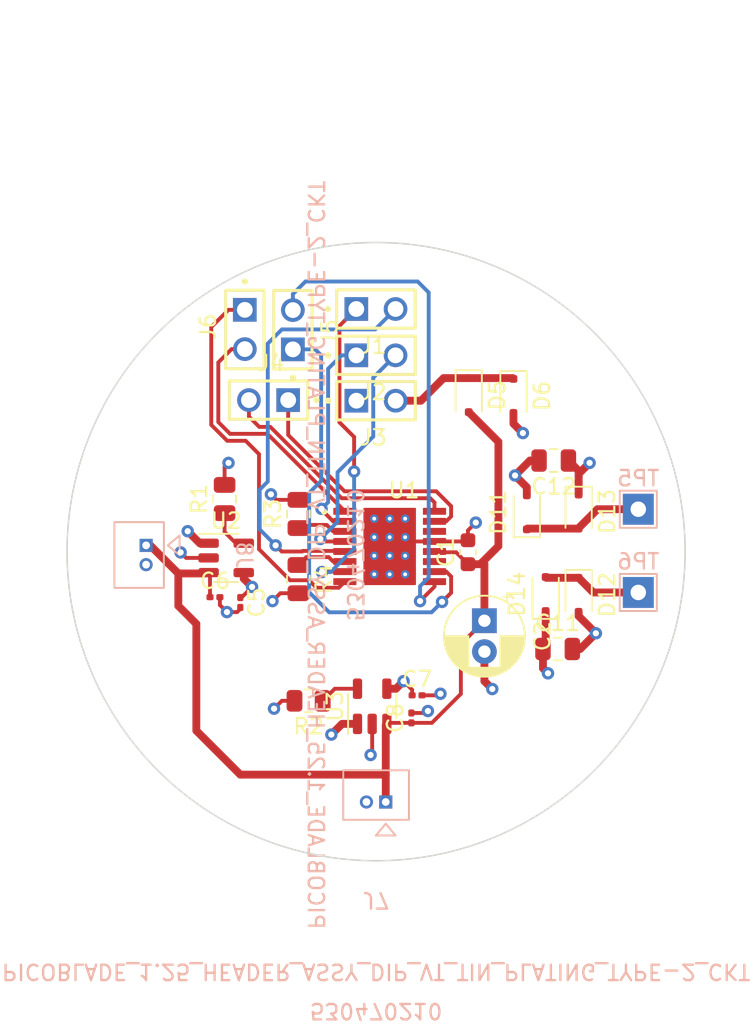
<source format=kicad_pcb>
(kicad_pcb (version 20221018) (generator pcbnew)
  (layers (0 "F.Cu" signal) (1 "In1.Cu" signal) (2 "In2.Cu" signal) (31 "B.Cu" signal) (34 "B.Paste" user) (35 "F.Paste" user) (36 "B.SilkS" user "B.Silkscreen") (37 "F.SilkS" user "F.Silkscreen") (38 "B.Mask" user) (39 "F.Mask" user) (44 "Edge.Cuts" user))
  (net 0 "")
  (net 1 "GND")
  (net 2 "+BATT")
  (net 3 "MOTOR1_AIN2")
  (net 4 "MOTOR1_AIN1")
  (net 5 "MOTOR2_BIN2")
  (net 6 "MOTOR2_BIN1")
  (net 9 "VCC")
  (net 10 "Net-(D11-K)")
  (net 11 "Net-(D12-K)")
  (net 12 "Net-(U1-BOUT1)")
  (net 13 "Net-(U1-BOUT2)")
  (net 14 "Net-(U1-AOUT1)")
  (net 15 "Net-(U1-AOUT2)")
  (net 16 "DRV_FAULT")
  (net 17 "DRV_SLEEP")
  (net 18 "VDC")
  (net 19 "Net-(U2-PROG)")
  (net 20 "Net-(U3-PROG)")
  (net 21 "Net-(U1-AISEN)")
  (net 22 "Net-(U1-BISEN)")
  (footprint "Capacitor_THT:CP_Radial_D5.0mm_P2.00mm" (layer "F.Cu") (at 149.2504 80.7212 -90)
    (fp_text reference "C2" (at 1 -3.75 -90) (layer "F.SilkS"))
    (fp_text value "10uF")
    (pad "1" thru_hole rect (at 0 0 270) (size 1.6 1.6) (drill 0.8) (layers "*.Cu" "*.Mask") (net 2 "+BATT"))
    (pad "2" thru_hole circle (at 2 0 270) (size 1.6 1.6) (drill 0.8) (layers "*.Cu" "*.Mask") (net 1 "GND"))
  )
  (footprint "Package_TO_SOT_SMD:SOT-23-5" (layer "F.Cu") (at 132.5372 76.6572)
    (fp_text reference "U2" (at 0 -2.4) (layer "F.SilkS"))
    (fp_text value "MCP73812T-420I-OT")
    (pad "1" smd roundrect (at -1.1375 -0.95) (size 1.325 0.6) (layers "F.Cu" "F.Paste" "F.Mask") (net 9 "VCC"))
    (pad "2" smd roundrect (at -1.1375 0) (size 1.325 0.6) (layers "F.Cu" "F.Paste" "F.Mask") (net 1 "GND"))
    (pad "3" smd roundrect (at -1.1375 0.95) (size 1.325 0.6) (layers "F.Cu" "F.Paste" "F.Mask") (net 2 "+BATT"))
    (pad "4" smd roundrect (at 1.1375 0.95) (size 1.325 0.6) (layers "F.Cu" "F.Paste" "F.Mask") (net 9 "VCC"))
    (pad "5" smd roundrect (at 1.1375 -0.95) (size 1.325 0.6) (layers "F.Cu" "F.Paste" "F.Mask") (net 19 "Net-(U2-PROG)"))
  )
  (footprint "HMTSW-102-X-X-S-X:SAMTEC_HMTSW-102-X-X-S-X" (layer "F.Cu") (at 142.2285 60.5536 180)
    (fp_text reference "J1" (at 0.175 -2.385) (layer "F.SilkS"))
    (fp_text value "HMTSW-102-X-X-S-X")
    (pad "01" thru_hole rect (at 1.27 0 180) (size 1.53 1.53) (drill 1.02) (layers "*.Cu" "*.Mask") (net 12 "Net-(U1-BOUT1)"))
    (pad "02" thru_hole circle (at -1.27 0 180) (size 1.53 1.53) (drill 1.02) (layers "*.Cu" "*.Mask") (net 13 "Net-(U1-BOUT2)"))
  )
  (footprint "Capacitor_SMD:C_0201_0603Metric" (layer "F.Cu") (at 144.526 87.0098 90)
    (fp_text reference "C8" (at 0 -1.05 90) (layer "F.SilkS"))
    (fp_text value "1uF")
    (pad "1" smd roundrect (at -0.32 0 90) (size 0.46 0.4) (layers "F.Cu" "F.Mask") (net 2 "+BATT"))
    (pad "2" smd roundrect (at 0.32 0 90) (size 0.46 0.4) (layers "F.Cu" "F.Mask") (net 1 "GND"))
  )
  (footprint "Capacitor_SMD:C_0201_0603Metric" (layer "F.Cu") (at 131.8108 79.1972)
    (fp_text reference "C6" (at 0 -1.05) (layer "F.SilkS"))
    (fp_text value "1uF")
    (pad "1" smd roundrect (at -0.32 0) (size 0.46 0.4) (layers "F.Cu" "F.Mask") (net 2 "+BATT"))
    (pad "2" smd roundrect (at 0.32 0) (size 0.46 0.4) (layers "F.Cu" "F.Mask") (net 1 "GND"))
  )
  (footprint "Resistor_SMD:R_0805_2012Metric" (layer "F.Cu") (at 137.2108 78.0288 -90)
    (fp_text reference "R4" (at 0 -1.65 90) (layer "F.SilkS"))
    (fp_text value "2")
    (pad "1" smd roundrect (at -0.9125 0 270) (size 1.025 1.4) (layers "F.Cu" "F.Paste" "F.Mask") (roundrect_rratio 0.243902) (net 22 "Net-(U1-BISEN)"))
    (pad "2" smd roundrect (at 0.9125 0 270) (size 1.025 1.4) (layers "F.Cu" "F.Paste" "F.Mask") (roundrect_rratio 0.243902) (net 1 "GND"))
  )
  (footprint "Resistor_SMD:R_0805_2012Metric" (layer "F.Cu") (at 137.2108 73.8143 90)
    (fp_text reference "R3" (at 0 -1.65 90) (layer "F.SilkS"))
    (fp_text value "2")
    (pad "1" smd roundrect (at -0.9125 0 90) (size 1.025 1.4) (layers "F.Cu" "F.Paste" "F.Mask") (roundrect_rratio 0.243902) (net 21 "Net-(U1-AISEN)"))
    (pad "2" smd roundrect (at 0.9125 0 90) (size 1.025 1.4) (layers "F.Cu" "F.Paste" "F.Mask") (roundrect_rratio 0.243902) (net 1 "GND"))
  )
  (footprint "HMTSW-102-X-X-S-X:SAMTEC_HMTSW-102-X-X-S-X" (layer "F.Cu") (at 133.7457 61.8789 90)
    (fp_text reference "J6" (at 0.175 -2.385 90) (layer "F.SilkS"))
    (fp_text value "HMTSW-102-X-X-S-X")
    (pad "01" thru_hole rect (at 1.27 0 90) (size 1.53 1.53) (drill 1.02) (layers "*.Cu" "*.Mask") (net 16 "DRV_FAULT"))
    (pad "02" thru_hole circle (at -1.27 0 90) (size 1.53 1.53) (drill 1.02) (layers "*.Cu" "*.Mask") (net 17 "DRV_SLEEP"))
  )
  (footprint "Diode_SMD:D_SOD-323F" (layer "F.Cu") (at 151.13 66.1748 -90)
    (fp_text reference "D6" (at 0 -1.85 90) (layer "F.SilkS"))
    (fp_text value "PMEG6010CEJ")
    (pad "1" smd roundrect (at -1.1 0 270) (size 0.5 0.5) (layers "F.Cu" "F.Paste" "F.Mask") (net 18 "VDC"))
    (pad "2" smd roundrect (at 1.1 0 270) (size 0.5 0.5) (layers "F.Cu" "F.Paste" "F.Mask") (net 9 "VCC"))
  )
  (footprint "Resistor_SMD:R_0805_2012Metric" (layer "F.Cu") (at 132.4356 72.8472 90)
    (fp_text reference "R1" (at 0 -1.65 90) (layer "F.SilkS"))
    (fp_text value "2k")
    (pad "1" smd roundrect (at -0.9125 0 90) (size 1.025 1.4) (layers "F.Cu" "F.Paste" "F.Mask") (roundrect_rratio 0.243902) (net 19 "Net-(U2-PROG)"))
    (pad "2" smd roundrect (at 0.9125 0 90) (size 1.025 1.4) (layers "F.Cu" "F.Paste" "F.Mask") (roundrect_rratio 0.243902) (net 1 "GND"))
  )
  (footprint "Capacitor_SMD:C_0201_0603Metric" (layer "F.Cu") (at 144.8922 85.5472)
    (fp_text reference "C7" (at 0 -1.05) (layer "F.SilkS"))
    (fp_text value "1uF")
    (pad "1" smd roundrect (at -0.32 0) (size 0.46 0.4) (layers "F.Cu" "F.Mask") (net 9 "VCC"))
    (pad "2" smd roundrect (at 0.32 0) (size 0.46 0.4) (layers "F.Cu" "F.Mask") (net 1 "GND"))
  )
  (footprint "DRV8410PWPR:IC_DRV8410PWPR" (layer "F.Cu") (at 143.1196 75.9172)
    (fp_text reference "U1" (at 0.925 -3.635) (layer "F.SilkS"))
    (fp_text value "DRV8410PWPR")
    (pad "1" smd roundrect (at -2.9 -2.275) (size 1.5 0.45) (layers "F.Cu" "F.Paste") (roundrect_rratio 0.1) (net 17 "DRV_SLEEP"))
    (pad "2" smd roundrect (at -2.9 -1.625) (size 1.5 0.45) (layers "F.Cu" "F.Paste") (roundrect_rratio 0.1) (net 14 "Net-(U1-AOUT1)"))
    (pad "3" smd roundrect (at -2.9 -0.975) (size 1.5 0.45) (layers "F.Cu" "F.Paste") (roundrect_rratio 0.1) (net 21 "Net-(U1-AISEN)"))
    (pad "4" smd roundrect (at -2.9 -0.325) (size 1.5 0.45) (layers "F.Cu" "F.Paste") (roundrect_rratio 0.1) (net 15 "Net-(U1-AOUT2)"))
    (pad "5" smd roundrect (at -2.9 0.325) (size 1.5 0.45) (layers "F.Cu" "F.Paste") (roundrect_rratio 0.1) (net 13 "Net-(U1-BOUT2)"))
    (pad "6" smd roundrect (at -2.9 0.975) (size 1.5 0.45) (layers "F.Cu" "F.Paste") (roundrect_rratio 0.1) (net 22 "Net-(U1-BISEN)"))
    (pad "7" smd roundrect (at -2.9 1.625) (size 1.5 0.45) (layers "F.Cu" "F.Paste") (roundrect_rratio 0.1) (net 12 "Net-(U1-BOUT1)"))
    (pad "8" smd roundrect (at -2.9 2.275) (size 1.5 0.45) (layers "F.Cu" "F.Paste") (roundrect_rratio 0.1) (net 16 "DRV_FAULT"))
    (pad "9" smd roundrect (at 2.9 2.275) (size 1.5 0.45) (layers "F.Cu" "F.Paste") (roundrect_rratio 0.1) (net 6 "MOTOR2_BIN1"))
    (pad "10" smd roundrect (at 2.9 1.625) (size 1.5 0.45) (layers "F.Cu" "F.Paste") (roundrect_rratio 0.1) (net 5 "MOTOR2_BIN2"))
    (pad "11" smd roundrect (at 2.9 0.975) (size 1.5 0.45) (layers "F.Cu" "F.Paste") (roundrect_rratio 0.1))
    (pad "12" smd roundrect (at 2.9 0.325) (size 1.5 0.45) (layers "F.Cu" "F.Paste") (roundrect_rratio 0.1) (net 2 "+BATT"))
    (pad "13" smd roundrect (at 2.9 -0.325) (size 1.5 0.45) (layers "F.Cu" "F.Paste") (roundrect_rratio 0.1) (net 1 "GND"))
    (pad "14" smd roundrect (at 2.9 -0.975) (size 1.5 0.45) (layers "F.Cu" "F.Paste") (roundrect_rratio 0.1))
    (pad "15" smd roundrect (at 2.9 -1.625) (size 1.5 0.45) (layers "F.Cu" "F.Paste") (roundrect_rratio 0.1) (net 3 "MOTOR1_AIN2"))
    (pad "16" smd roundrect (at 2.9 -2.275) (size 1.5 0.45) (layers "F.Cu" "F.Paste") (roundrect_rratio 0.1) (net 4 "MOTOR1_AIN1"))
    (pad "17" smd roundrect (at 0 0) (size 3.4 5) (layers "F.Cu") (roundrect_rratio 0.015) (net 1 "GND"))
    (pad "18_1" thru_hole circle (at -1 -1.8) (size 0.55 0.55) (drill 0.25) (layers "*.Cu"))
    (pad "18_2" thru_hole circle (at -1 -0.6) (size 0.55 0.55) (drill 0.25) (layers "*.Cu"))
    (pad "18_3" thru_hole circle (at -1 0.6) (size 0.55 0.55) (drill 0.25) (layers "*.Cu"))
    (pad "18_4" thru_hole circle (at -1 1.8) (size 0.55 0.55) (drill 0.25) (layers "*.Cu"))
    (pad "18_5" thru_hole circle (at 0 -1.8) (size 0.55 0.55) (drill 0.25) (layers "*.Cu"))
    (pad "18_6" thru_hole circle (at 0 -0.6) (size 0.55 0.55) (drill 0.25) (layers "*.Cu"))
    (pad "18_7" thru_hole circle (at 0 0.6) (size 0.55 0.55) (drill 0.25) (layers "*.Cu"))
    (pad "18_8" thru_hole circle (at 0 1.8) (size 0.55 0.55) (drill 0.25) (layers "*.Cu"))
    (pad "18_9" thru_hole circle (at 1 -1.8) (size 0.55 0.55) (drill 0.25) (layers "*.Cu"))
    (pad "18_10" thru_hole circle (at 1 -0.6) (size 0.55 0.55) (drill 0.25) (layers "*.Cu"))
    (pad "18_11" thru_hole circle (at 1 0.6) (size 0.55 0.55) (drill 0.25) (layers "*.Cu"))
    (pad "18_12" thru_hole circle (at 1 1.8) (size 0.55 0.55) (drill 0.25) (layers "*.Cu"))
  )
  (footprint "Diode_SMD:D_SOD-323F" (layer "F.Cu") (at 153.2128 78.994 90)
    (fp_text reference "D14" (at 0 -1.85 90) (layer "F.SilkS"))
    (fp_text value "PMEG6010CEJ")
    (pad "1" smd roundrect (at -1.1 0 90) (size 0.5 0.5) (layers "F.Cu" "F.Paste" "F.Mask") (net 9 "VCC"))
    (pad "2" smd roundrect (at 1.1 0 90) (size 0.5 0.5) (layers "F.Cu" "F.Paste" "F.Mask") (net 11 "Net-(D12-K)"))
  )
  (footprint "Package_TO_SOT_SMD:SOT-23-5" (layer "F.Cu") (at 141.986 86.2584 90)
    (fp_text reference "U3" (at 0 -2.4 90) (layer "F.SilkS"))
    (fp_text value "MCP73812T-420I-OT")
    (pad "1" smd roundrect (at -1.1375 -0.95 90) (size 1.325 0.6) (layers "F.Cu" "F.Paste" "F.Mask") (net 9 "VCC"))
    (pad "2" smd roundrect (at -1.1375 0 90) (size 1.325 0.6) (layers "F.Cu" "F.Paste" "F.Mask") (net 1 "GND"))
    (pad "3" smd roundrect (at -1.1375 0.95 90) (size 1.325 0.6) (layers "F.Cu" "F.Paste" "F.Mask") (net 2 "+BATT"))
    (pad "4" smd roundrect (at 1.1375 0.95 90) (size 1.325 0.6) (layers "F.Cu" "F.Paste" "F.Mask") (net 9 "VCC"))
    (pad "5" smd roundrect (at 1.1375 -0.95 90) (size 1.325 0.6) (layers "F.Cu" "F.Paste" "F.Mask") (net 20 "Net-(U3-PROG)"))
  )
  (footprint "Diode_SMD:D_SOD-323F" (layer "F.Cu") (at 148.2344 66.124 -90)
    (fp_text reference "D5" (at 0 -1.85 90) (layer "F.SilkS"))
    (fp_text value "PMEG6010CEJ")
    (pad "1" smd roundrect (at -1.1 0 270) (size 0.5 0.5) (layers "F.Cu" "F.Paste" "F.Mask") (net 18 "VDC"))
    (pad "2" smd roundrect (at 1.1 0 270) (size 0.5 0.5) (layers "F.Cu" "F.Paste" "F.Mask") (net 2 "+BATT"))
  )
  (footprint "Diode_SMD:D_SOD-323F" (layer "F.Cu") (at 151.9936 73.7108 90)
    (fp_text reference "D11" (at 0 -1.85 90) (layer "F.SilkS"))
    (fp_text value "PMEG6010CEJ")
    (pad "1" smd roundrect (at -1.1 0 90) (size 0.5 0.5) (layers "F.Cu" "F.Paste" "F.Mask") (net 10 "Net-(D11-K)"))
    (pad "2" smd roundrect (at 1.1 0 90) (size 0.5 0.5) (layers "F.Cu" "F.Paste" "F.Mask") (net 1 "GND"))
  )
  (footprint "HMTSW-102-X-X-S-X:SAMTEC_HMTSW-102-X-X-S-X" (layer "F.Cu") (at 135.2804 66.4464)
    (fp_text reference "J4" (at 0.175 -2.385) (layer "F.SilkS"))
    (fp_text value "HMTSW-102-X-X-S-X")
    (pad "01" thru_hole rect (at 1.27 0) (size 1.53 1.53) (drill 1.02) (layers "*.Cu" "*.Mask") (net 3 "MOTOR1_AIN2"))
    (pad "02" thru_hole circle (at -1.27 0) (size 1.53 1.53) (drill 1.02) (layers "*.Cu" "*.Mask") (net 4 "MOTOR1_AIN1"))
  )
  (footprint "Capacitor_SMD:C_0805_2012Metric" (layer "F.Cu") (at 153.736 70.358 180)
    (fp_text reference "C12" (at 0 -1.68) (layer "F.SilkS"))
    (fp_text value "10uF")
    (pad "1" smd roundrect (at -0.95 0 180) (size 1 1.45) (layers "F.Cu" "F.Paste" "F.Mask") (net 9 "VCC"))
    (pad "2" smd roundrect (at 0.95 0 180) (size 1 1.45) (layers "F.Cu" "F.Paste" "F.Mask") (net 1 "GND"))
  )
  (footprint "Capacitor_SMD:C_0201_0603Metric" (layer "F.Cu") (at 133.4516 79.5422 -90)
    (fp_text reference "C5" (at 0 -1.05 90) (layer "F.SilkS"))
    (fp_text value "1uF")
    (pad "1" smd roundrect (at -0.32 0 270) (size 0.46 0.4) (layers "F.Cu" "F.Mask") (net 9 "VCC"))
    (pad "2" smd roundrect (at 0.32 0 270) (size 0.46 0.4) (layers "F.Cu" "F.Mask") (net 1 "GND"))
  )
  (footprint "Capacitor_SMD:C_0805_2012Metric" (layer "F.Cu") (at 153.99 82.55)
    (fp_text reference "C11" (at 0 -1.68) (layer "F.SilkS"))
    (fp_text value "6nF")
    (pad "1" smd roundrect (at -0.95 0) (size 1 1.45) (layers "F.Cu" "F.Paste" "F.Mask") (net 9 "VCC"))
    (pad "2" smd roundrect (at 0.95 0) (size 1 1.45) (layers "F.Cu" "F.Paste" "F.Mask") (net 1 "GND"))
  )
  (footprint "Diode_SMD:D_SOD-323F" (layer "F.Cu") (at 155.3464 79.0448 -90)
    (fp_text reference "D12" (at 0 -1.85 90) (layer "F.SilkS"))
    (fp_text value "PMEG6010CEJ")
    (pad "1" smd roundrect (at -1.1 0 270) (size 0.5 0.5) (layers "F.Cu" "F.Paste" "F.Mask") (net 11 "Net-(D12-K)"))
    (pad "2" smd roundrect (at 1.1 0 270) (size 0.5 0.5) (layers "F.Cu" "F.Paste" "F.Mask") (net 1 "GND"))
  )
  (footprint "Diode_SMD:D_SOD-323F" (layer "F.Cu") (at 155.3464 73.66 -90)
    (fp_text reference "D13" (at 0 -1.85 90) (layer "F.SilkS"))
    (fp_text value "PMEG6010CEJ")
    (pad "1" smd roundrect (at -1.1 0 270) (size 0.5 0.5) (layers "F.Cu" "F.Paste" "F.Mask") (net 9 "VCC"))
    (pad "2" smd roundrect (at 1.1 0 270) (size 0.5 0.5) (layers "F.Cu" "F.Paste" "F.Mask") (net 10 "Net-(D11-K)"))
  )
  (footprint "Capacitor_SMD:C_0603_1608Metric" (layer "F.Cu") (at 148.1836 76.2886 90)
    (fp_text reference "C1" (at 0 -1.43 90) (layer "F.SilkS"))
    (fp_text value "100nF")
    (pad "1" smd roundrect (at -0.775 0 90) (size 0.9 0.95) (layers "F.Cu" "F.Paste" "F.Mask") (net 2 "+BATT"))
    (pad "2" smd roundrect (at 0.775 0 90) (size 0.9 0.95) (layers "F.Cu" "F.Paste" "F.Mask") (net 1 "GND"))
  )
  (footprint "HMTSW-102-X-X-S-X:SAMTEC_HMTSW-102-X-X-S-X" (layer "F.Cu") (at 142.2285 63.5508 180)
    (fp_text reference "J2" (at 0.175 -2.385) (layer "F.SilkS"))
    (fp_text value "HMTSW-102-X-X-S-X")
    (pad "01" thru_hole rect (at 1.27 0 180) (size 1.53 1.53) (drill 1.02) (layers "*.Cu" "*.Mask") (net 14 "Net-(U1-AOUT1)"))
    (pad "02" thru_hole circle (at -1.27 0 180) (size 1.53 1.53) (drill 1.02) (layers "*.Cu" "*.Mask") (net 15 "Net-(U1-AOUT2)"))
  )
  (footprint "Resistor_SMD:R_0805_2012Metric" (layer "F.Cu") (at 137.8712 85.9028 180)
    (fp_text reference "R2" (at 0 -1.65) (layer "F.SilkS"))
    (fp_text value "2k")
    (pad "1" smd roundrect (at -0.9125 0 180) (size 1.025 1.4) (layers "F.Cu" "F.Paste" "F.Mask") (roundrect_rratio 0.243902) (net 20 "Net-(U3-PROG)"))
    (pad "2" smd roundrect (at 0.9125 0 180) (size 1.025 1.4) (layers "F.Cu" "F.Paste" "F.Mask") (roundrect_rratio 0.243902) (net 1 "GND"))
  )
  (footprint "HMTSW-102-X-X-S-X:SAMTEC_HMTSW-102-X-X-S-X" (layer "F.Cu") (at 142.2357 66.4864 180)
    (fp_text reference "J3" (at 0.175 -2.385) (layer "F.SilkS"))
    (fp_text value "HMTSW-102-X-X-S-X")
    (pad "01" thru_hole rect (at 1.27 0 180) (size 1.53 1.53) (drill 1.02) (layers "*.Cu" "*.Mask") (net 1 "GND"))
    (pad "02" thru_hole circle (at -1.27 0 180) (size 1.53 1.53) (drill 1.02) (layers "*.Cu" "*.Mask") (net 18 "VDC"))
  )
  (footprint "HMTSW-102-X-X-S-X:SAMTEC_HMTSW-102-X-X-S-X" (layer "F.Cu") (at 136.8557 61.8939 -90)
    (fp_text reference "J5" (at 0.175 -2.385 90) (layer "F.SilkS"))
    (fp_text value "HMTSW-102-X-X-S-X")
    (pad "01" thru_hole rect (at 1.27 0 270) (size 1.53 1.53) (drill 1.02) (layers "*.Cu" "*.Mask") (net 5 "MOTOR2_BIN2"))
    (pad "02" thru_hole circle (at -1.27 0 270) (size 1.53 1.53) (drill 1.02) (layers "*.Cu" "*.Mask") (net 6 "MOTOR2_BIN1"))
  )
  (footprint "53047-0210:CON_530470210_MOL" (layer "B.Cu") (at 127.3556 75.8444 90)
    (fp_text reference "J8" (at -0.624999 6.35 270 unlocked) (layer "B.SilkS") (effects (justify mirror)))
    (fp_text value "530470210")
    (fp_text user "530470210" (at -0.624999 13.520001 270 unlocked) (layer "B.SilkS") (effects (justify mirror)))
    (fp_text user "PICOBLADE_1.25_HEADER_ASSY_DIP_VT_TIN_PLATING_TYPE-2_CKT" (at -0.624999 10.98 270 unlocked) (layer "B.SilkS") (effects (justify mirror)))
    (pad "1" thru_hole rect (at 0 0 90) (size 0.85 0.85) (drill 0.5) (layers "*.Cu" "*.Mask") (net 2 "+BATT"))
    (pad "2" thru_hole circle (at -1.25 0 90) (size 0.85 0.85) (drill 0.5) (layers "*.Cu" "*.Mask") (net 1 "GND"))
  )
  (footprint "TestPoint:TestPoint_THTPad_2.0x2.0mm_Drill1.0mm" (layer "B.Cu") (at 159.2072 78.8924 180)
    (fp_text reference "TP6" (at 0 1.998) (layer "B.SilkS") (effects (justify mirror)))
    (fp_text value "COIL2")
    (pad "1" thru_hole rect (at 0 0 180) (size 2 2) (drill 1) (layers "*.Cu" "*.Mask") (net 11 "Net-(D12-K)"))
  )
  (footprint "53047-0210:CON_530470210_MOL" (layer "B.Cu") (at 142.864999 92.4488)
    (fp_text reference "J7" (at -0.624999 6.35 180 unlocked) (layer "B.SilkS") (effects (justify mirror)))
    (fp_text value "530470210")
    (fp_text user "PICOBLADE_1.25_HEADER_ASSY_DIP_VT_TIN_PLATING_TYPE-2_CKT" (at -0.624999 10.98 180 unlocked) (layer "B.SilkS") (effects (justify mirror)))
    (fp_text user "530470210" (at -0.624999 13.520001 180 unlocked) (layer "B.SilkS") (effects (justify mirror)))
    (pad "1" thru_hole rect (at 0 0) (size 0.85 0.85) (drill 0.5) (layers "*.Cu" "*.Mask") (net 2 "+BATT"))
    (pad "2" thru_hole circle (at -1.25 0) (size 0.85 0.85) (drill 0.5) (layers "*.Cu" "*.Mask") (net 1 "GND"))
  )
  (footprint "TestPoint:TestPoint_THTPad_2.0x2.0mm_Drill1.0mm" (layer "B.Cu") (at 159.2072 73.5076 180)
    (fp_text reference "TP5" (at 0 1.998) (layer "B.SilkS") (effects (justify mirror)))
    (fp_text value "COIL1")
    (pad "1" thru_hole rect (at 0 0 180) (size 2 2) (drill 1) (layers "*.Cu" "*.Mask") (net 10 "Net-(D11-K)"))
  )
  (gr_circle (center 142.238565 76.2508) (end 162.238565 76.2508) (stroke (width 0.1)) (fill none) (layer "Edge.Cuts"))
  (segment (start 129.5908 76.3016) (end 129.9464 76.6572) (width 0.25) (layer "F.Cu") (net 1))
  (segment (start 129.9464 76.6572) (end 131.3997 76.6572) (width 0.25) (layer "F.Cu") (net 1))
  (segment (start 152.1968 70.358) (end 151.2316 71.3232) (width 0.508) (layer "F.Cu") (net 1))
  (segment (start 155.448 82.55) (end 156.464 81.534) (width 0.508) (layer "F.Cu") (net 1))
  (segment (start 151.9936 72.0852) (end 151.2316 71.3232) (width 0.508) (layer "F.Cu") (net 1))
  (segment (start 144.622418 75.5922) (end 144.297418 75.9172) (width 0.25) (layer "F.Cu") (net 1))
  (segment (start 148.1836 74.8792) (end 148.6916 74.3712) (width 0.25) (layer "F.Cu") (net 1))
  (segment (start 152.786 70.358) (end 152.1968 70.358) (width 0.508) (layer "F.Cu") (net 1))
  (segment (start 141.986 87.3959) (end 141.986 89.3064) (width 0.25) (layer "F.Cu") (net 1))
  (segment (start 137.2108 72.9018) (end 135.7922 72.9018) (width 0.25) (layer "F.Cu") (net 1))
  (segment (start 145.2122 85.5472) (end 146.304 85.5472) (width 0.25) (layer "F.Cu") (net 1))
  (segment (start 144.191351 75.9172) (end 143.1196 75.9172) (width 0.25) (layer "F.Cu") (net 1))
  (segment (start 133.2484 80.1624) (end 133.4516 79.9592) (width 0.25) (layer "F.Cu") (net 1))
  (segment (start 132.1308 79.7052) (end 132.1308 79.1972) (width 0.25) (layer "F.Cu") (net 1))
  (segment (start 133.4516 79.9592) (end 133.4516 79.8622) (width 0.25) (layer "F.Cu") (net 1))
  (segment (start 149.2504 82.7212) (end 149.2504 84.6328) (width 0.508) (layer "F.Cu") (net 1))
  (segment (start 148.1836 75.5136) (end 148.1836 74.8792) (width 0.25) (layer "F.Cu") (net 1))
  (segment (start 144.516351 75.5922) (end 144.191351 75.9172) (width 0.25) (layer "F.Cu") (net 1))
  (segment (start 149.2504 84.6328) (end 149.7584 85.1408) (width 0.508) (layer "F.Cu") (net 1))
  (segment (start 132.4356 70.7644) (end 132.6896 70.5104) (width 0.25) (layer "F.Cu") (net 1))
  (segment (start 148.105 75.5922) (end 148.1836 75.5136) (width 0.25) (layer "F.Cu") (net 1))
  (segment (start 132.588 80.1624) (end 132.1308 79.7052) (width 0.25) (layer "F.Cu") (net 1))
  (segment (start 132.588 80.1624) (end 133.2484 80.1624) (width 0.25) (layer "F.Cu") (net 1))
  (segment (start 135.7922 72.9018) (end 135.4328 72.5424) (width 0.25) (layer "F.Cu") (net 1))
  (segment (start 136.0443 78.9413) (end 135.5344 79.4512) (width 0.25) (layer "F.Cu") (net 1))
  (segment (start 146.0196 75.5922) (end 144.622418 75.5922) (width 0.25) (layer "F.Cu") (net 1))
  (segment (start 141.986 89.3064) (end 141.8844 89.408) (width 0.25) (layer "F.Cu") (net 1))
  (segment (start 145.4662 86.6898) (end 145.5928 86.5632) (width 0.25) (layer "F.Cu") (net 1))
  (segment (start 137.2108 78.9413) (end 136.0443 78.9413) (width 0.25) (layer "F.Cu") (net 1))
  (segment (start 155.3464 80.1448) (end 155.3464 80.4164) (width 0.508) (layer "F.Cu") (net 1))
  (segment (start 155.3464 80.4164) (end 156.464 81.534) (width 0.508) (layer "F.Cu") (net 1))
  (segment (start 151.9936 72.6108) (end 151.9936 72.0852) (width 0.508) (layer "F.Cu") (net 1))
  (segment (start 146.304 85.5472) (end 146.4056 85.4456) (width 0.25) (layer "F.Cu") (net 1))
  (segment (start 146.0196 75.5922) (end 148.105 75.5922) (width 0.25) (layer "F.Cu") (net 1))
  (segment (start 154.94 82.55) (end 155.448 82.55) (width 0.508) (layer "F.Cu") (net 1))
  (segment (start 144.297418 75.9172) (end 143.1196 75.9172) (width 0.25) (layer "F.Cu") (net 1))
  (segment (start 144.526 86.6898) (end 145.4662 86.6898) (width 0.25) (layer "F.Cu") (net 1))
  (segment (start 136.9587 85.9028) (end 136.144 85.9028) (width 0.25) (layer "F.Cu") (net 1))
  (segment (start 136.144 85.9028) (end 135.636 86.4108) (width 0.25) (layer "F.Cu") (net 1))
  (segment (start 132.4356 71.9347) (end 132.4356 70.7644) (width 0.25) (layer "F.Cu") (net 1))
  (via (at 148.6916 74.3712) (size 0.8) (drill 0.4) (layers "F.Cu" "B.Cu") (net 1))
  (via (at 145.5928 86.5632) (size 0.8) (drill 0.4) (layers "F.Cu" "B.Cu") (net 1))
  (via (at 149.7584 85.1408) (size 0.8) (drill 0.4) (layers "F.Cu" "B.Cu") (net 1))
  (via (at 151.2316 71.3232) (size 0.8) (drill 0.4) (layers "F.Cu" "B.Cu") (net 1))
  (via (at 135.636 86.4108) (size 0.8) (drill 0.4) (layers "F.Cu" "B.Cu") (net 1))
  (via (at 141.8844 89.408) (size 0.8) (drill 0.4) (layers "F.Cu" "B.Cu") (net 1))
  (via (at 132.6896 70.5104) (size 0.8) (drill 0.4) (layers "F.Cu" "B.Cu") (net 1))
  (via (at 156.464 81.534) (size 0.8) (drill 0.4) (layers "F.Cu" "B.Cu") (net 1))
  (via (at 129.5908 76.3016) (size 0.8) (drill 0.4) (layers "F.Cu" "B.Cu") (net 1))
  (via (at 135.5344 79.4512) (size 0.8) (drill 0.4) (layers "F.Cu" "B.Cu") (net 1))
  (via (at 146.4056 85.4456) (size 0.8) (drill 0.4) (layers "F.Cu" "B.Cu") (net 1))
  (via (at 135.4328 72.5424) (size 0.8) (drill 0.4) (layers "F.Cu" "B.Cu") (net 1))
  (via (at 132.588 80.1624) (size 0.8) (drill 0.4) (layers "F.Cu" "B.Cu") (net 1))
  (segment (start 130.6068 80.9244) (end 130.6068 87.8332) (width 0.508) (layer "F.Cu") (net 2))
  (segment (start 148.984939 77.0636) (end 148.1836 77.0636) (width 0.508) (layer "F.Cu") (net 2))
  (segment (start 148.2344 67.224) (end 150.1552 69.1448) (width 0.508) (layer "F.Cu") (net 2))
  (segment (start 131.3433 77.6636) (end 131.3997 77.6072) (width 0.508) (layer "F.Cu") (net 2))
  (segment (start 129.440261 77.6636) (end 129.440261 79.757861) (width 0.508) (layer "F.Cu") (net 2))
  (segment (start 144.526 87.3298) (end 143.0021 87.3298) (width 0.25) (layer "F.Cu") (net 2))
  (segment (start 142.864999 90.678) (end 142.864999 87.466901) (width 0.508) (layer "F.Cu") (net 2))
  (segment (start 127.3556 75.8444) (end 127.621061 75.8444) (width 0.508) (layer "F.Cu") (net 2))
  (segment (start 147.7264 82.2452) (end 149.2504 80.7212) (width 0.25) (layer "F.Cu") (net 2))
  (segment (start 144.526 87.3298) (end 145.851505 87.3298) (width 0.25) (layer "F.Cu") (net 2))
  (segment (start 149.2504 80.7212) (end 149.2504 77.058261) (width 0.508) (layer "F.Cu") (net 2))
  (segment (start 131.3997 77.6072) (end 131.4468 77.6543) (width 0.508) (layer "F.Cu") (net 2))
  (segment (start 142.864999 87.466901) (end 142.936 87.3959) (width 0.508) (layer "F.Cu") (net 2))
  (segment (start 143.0021 87.3298) (end 142.936 87.3959) (width 0.25) (layer "F.Cu") (net 2))
  (segment (start 147.7264 85.454905) (end 147.7264 82.2452) (width 0.25) (layer "F.Cu") (net 2))
  (segment (start 150.1552 75.893339) (end 149.120339 76.9282) (width 0.508) (layer "F.Cu") (net 2))
  (segment (start 147.4216 76.2928) (end 146.0702 76.2928) (width 0.25) (layer "F.Cu") (net 2))
  (segment (start 129.440261 77.6636) (end 131.3433 77.6636) (width 0.508) (layer "F.Cu") (net 2))
  (segment (start 131.4908 77.6983) (end 131.3997 77.6072) (width 0.25) (layer "F.Cu") (net 2))
  (segment (start 127.621061 75.8444) (end 129.440261 77.6636) (width 0.508) (layer "F.Cu") (net 2))
  (segment (start 145.851505 87.3298) (end 147.7264 85.454905) (width 0.25) (layer "F.Cu") (net 2))
  (segment (start 147.4216 76.3016) (end 148.1836 77.0636) (width 0.25) (layer "F.Cu") (net 2))
  (segment (start 149.2504 77.058261) (end 149.120339 76.9282) (width 0.508) (layer "F.Cu") (net 2))
  (segment (start 147.4216 76.2928) (end 147.4216 76.3016) (width 0.25) (layer "F.Cu") (net 2))
  (segment (start 142.864999 92.4488) (end 142.864999 90.678) (width 0.508) (layer "F.Cu") (net 2))
  (segment (start 129.440261 79.757861) (end 130.6068 80.9244) (width 0.508) (layer "F.Cu") (net 2))
  (segment (start 149.120339 76.9282) (end 148.984939 77.0636) (width 0.508) (layer "F.Cu") (net 2))
  (segment (start 150.1552 69.1448) (end 150.1552 75.893339) (width 0.508) (layer "F.Cu") (net 2))
  (segment (start 133.4516 90.678) (end 142.864999 90.678) (width 0.508) (layer "F.Cu") (net 2))
  (segment (start 131.4908 79.1972) (end 131.4908 77.6983) (width 0.25) (layer "F.Cu") (net 2))
  (segment (start 130.6068 87.8332) (end 133.4516 90.678) (width 0.508) (layer "F.Cu") (net 2))
  (segment (start 146.0702 76.2928) (end 146.0196 76.2422) (width 0.25) (layer "F.Cu") (net 2))
  (segment (start 147.0946 73.308941) (end 147.0946 73.975459) (width 0.25) (layer "F.Cu") (net 3))
  (segment (start 146.132059 72.3464) (end 147.0946 73.308941) (width 0.25) (layer "F.Cu") (net 3))
  (segment (start 136.5504 68.700208) (end 140.196592 72.3464) (width 0.25) (layer "F.Cu") (net 3))
  (segment (start 146.777859 74.2922) (end 146.0196 74.2922) (width 0.25) (layer "F.Cu") (net 3))
  (segment (start 147.0946 73.975459) (end 146.777859 74.2922) (width 0.25) (layer "F.Cu") (net 3))
  (segment (start 140.196592 72.3464) (end 146.132059 72.3464) (width 0.25) (layer "F.Cu") (net 3))
  (segment (start 136.5504 66.4464) (end 136.5504 68.700208) (width 0.25) (layer "F.Cu") (net 3))
  (segment (start 134.0104 67.5132) (end 134.678 68.1808) (width 0.25) (layer "F.Cu") (net 4))
  (segment (start 134.678 68.1808) (end 135.394596 68.1808) (width 0.25) (layer "F.Cu") (net 4))
  (segment (start 134.0104 66.4464) (end 134.0104 67.5132) (width 0.25) (layer "F.Cu") (net 4))
  (segment (start 135.394596 68.1808) (end 140.010196 72.7964) (width 0.25) (layer "F.Cu") (net 4))
  (segment (start 140.010196 72.7964) (end 145.7452 72.7964) (width 0.25) (layer "F.Cu") (net 4))
  (segment (start 146.0196 73.0708) (end 146.0196 73.6422) (width 0.25) (layer "F.Cu") (net 4))
  (segment (start 145.7452 72.7964) (end 146.0196 73.0708) (width 0.25) (layer "F.Cu") (net 4))
  (segment (start 146.5072 79.502) (end 147.0946 78.9146) (width 0.25) (layer "F.Cu") (net 5))
  (segment (start 146.777859 77.5422) (end 146.0196 77.5422) (width 0.25) (layer "F.Cu") (net 5))
  (segment (start 147.0946 78.9146) (end 147.0946 77.858941) (width 0.25) (layer "F.Cu") (net 5))
  (segment (start 147.0946 77.858941) (end 146.777859 77.5422) (width 0.25) (layer "F.Cu") (net 5))
  (via (at 146.5072 79.502) (size 0.8) (drill 0.4) (layers "F.Cu" "B.Cu") (net 5))
  (segment (start 139.2058 80.1762) (end 145.833 80.1762) (width 0.25) (layer "B.Cu") (net 5))
  (segment (start 138.684 71.6788) (end 137.9082 72.4546) (width 0.25) (layer "B.Cu") (net 5))
  (segment (start 138.2971 63.1639) (end 138.684 63.5508) (width 0.25) (layer "B.Cu") (net 5))
  (segment (start 137.9082 72.4546) (end 137.9082 78.8786) (width 0.25) (layer "B.Cu") (net 5))
  (segment (start 137.9082 78.8786) (end 139.2058 80.1762) (width 0.25) (layer "B.Cu") (net 5))
  (segment (start 145.833 80.1762) (end 146.5072 79.502) (width 0.25) (layer "B.Cu") (net 5))
  (segment (start 136.8557 63.1639) (end 138.2971 63.1639) (width 0.25) (layer "B.Cu") (net 5))
  (segment (start 138.684 63.5508) (end 138.684 71.6788) (width 0.25) (layer "B.Cu") (net 5))
  (segment (start 146.0196 78.1922) (end 146.0196 78.5164) (width 0.25) (layer "F.Cu") (net 6))
  (segment (start 146.0196 78.5164) (end 145.0848 79.4512) (width 0.25) (layer "F.Cu") (net 6))
  (via (at 145.0848 79.4512) (size 0.8) (drill 0.4) (layers "F.Cu" "B.Cu") (net 6))
  (segment (start 136.8557 59.5879) (end 136.8557 60.6239) (width 0.25) (layer "B.Cu") (net 6))
  (segment (start 145.0848 79.4512) (end 145.0848 78.486) (width 0.25) (layer "B.Cu") (net 6))
  (segment (start 145.0848 78.486) (end 145.6436 77.9272) (width 0.25) (layer "B.Cu") (net 6))
  (segment (start 144.9324 58.7756) (end 137.668 58.7756) (width 0.25) (layer "B.Cu") (net 6))
  (segment (start 145.6436 59.4868) (end 144.9324 58.7756) (width 0.25) (layer "B.Cu") (net 6))
  (segment (start 145.6436 77.9272) (end 145.6436 59.4868) (width 0.25) (layer "B.Cu") (net 6))
  (segment (start 137.668 58.7756) (end 136.8557 59.5879) (width 0.25) (layer "B.Cu") (net 6))
  (segment (start 151.13 67.9704) (end 151.7396 68.58) (width 0.508) (layer "F.Cu") (net 9))
  (segment (start 140.0357 87.3959) (end 141.036 87.3959) (width 0.508) (layer "F.Cu") (net 9))
  (segment (start 144.5722 85.5472) (end 144.5722 85.187) (width 0.25) (layer "F.Cu") (net 9))
  (segment (start 151.13 67.2748) (end 151.13 67.9704) (width 0.508) (layer "F.Cu") (net 9))
  (segment (start 139.3444 88.0872) (end 140.0357 87.3959) (width 0.508) (layer "F.Cu") (net 9))
  (segment (start 131.3997 75.7072) (end 130.8252 75.7072) (width 0.508) (layer "F.Cu") (net 9))
  (segment (start 155.3464 72.56) (end 155.3464 71.2216) (width 0.508) (layer "F.Cu") (net 9))
  (segment (start 143.5299 85.1209) (end 144.018 84.6328) (width 0.508) (layer "F.Cu") (net 9))
  (segment (start 153.04 83.7996) (end 153.3652 84.1248) (width 0.508) (layer "F.Cu") (net 9))
  (segment (start 153.2128 80.094) (end 153.2128 82.3772) (width 0.508) (layer "F.Cu") (net 9))
  (segment (start 144.5722 85.187) (end 144.018 84.6328) (width 0.25) (layer "F.Cu") (net 9))
  (segment (start 142.936 85.1209) (end 143.5299 85.1209) (width 0.508) (layer "F.Cu") (net 9))
  (segment (start 155.3464 72.56) (end 155.3464 71.0184) (width 0.508) (layer "F.Cu") (net 9))
  (segment (start 155.3464 71.0184) (end 154.686 70.358) (width 0.508) (layer "F.Cu") (net 9))
  (segment (start 133.6747 77.9979) (end 134.2136 78.5368) (width 0.508) (layer "F.Cu") (net 9))
  (segment (start 153.2128 82.3772) (end 153.04 82.55) (width 0.508) (layer "F.Cu") (net 9))
  (segment (start 133.4516 79.2222) (end 133.5282 79.2222) (width 0.25) (layer "F.Cu") (net 9))
  (segment (start 130.8252 75.7072) (end 130.048 74.93) (width 0.508) (layer "F.Cu") (net 9))
  (segment (start 133.6747 77.6072) (end 133.6747 77.9979) (width 0.508) (layer "F.Cu") (net 9))
  (segment (start 153.04 82.55) (end 153.04 83.7996) (width 0.508) (layer "F.Cu") (net 9))
  (segment (start 133.5282 79.2222) (end 134.2136 78.5368) (width 0.25) (layer "F.Cu") (net 9))
  (segment (start 155.3464 71.2216) (end 156.0576 70.5104) (width 0.508) (layer "F.Cu") (net 9))
  (via (at 151.7396 68.58) (size 0.8) (drill 0.4) (layers "F.Cu" "B.Cu") (net 9))
  (via (at 139.3444 88.0872) (size 0.8) (drill 0.4) (layers "F.Cu" "B.Cu") (net 9))
  (via (at 144.018 84.6328) (size 0.8) (drill 0.4) (layers "F.Cu" "B.Cu") (net 9))
  (via (at 130.048 74.93) (size 0.8) (drill 0.4) (layers "F.Cu" "B.Cu") (net 9))
  (via (at 153.3652 84.1248) (size 0.8) (drill 0.4) (layers "F.Cu" "B.Cu") (net 9))
  (via (at 156.0576 70.5104) (size 0.8) (drill 0.4) (layers "F.Cu" "B.Cu") (net 9))
  (via (at 134.2136 78.5368) (size 0.8) (drill 0.4) (layers "F.Cu" "B.Cu") (net 9))
  (segment (start 152.0444 74.76) (end 151.9936 74.8108) (width 0.508) (layer "F.Cu") (net 10))
  (segment (start 156.5656 73.5076) (end 155.3464 74.7268) (width 0.508) (layer "F.Cu") (net 10))
  (segment (start 155.3464 74.7268) (end 155.3464 74.76) (width 0.508) (layer "F.Cu") (net 10))
  (segment (start 155.3464 74.76) (end 152.0444 74.76) (width 0.508) (layer "F.Cu") (net 10))
  (segment (start 159.2072 73.5076) (end 156.5656 73.5076) (width 0.508) (layer "F.Cu") (net 10))
  (segment (start 159.2072 78.8924) (end 156.294 78.8924) (width 0.508) (layer "F.Cu") (net 11))
  (segment (start 155.3464 77.9448) (end 153.2636 77.9448) (width 0.508) (layer "F.Cu") (net 11))
  (segment (start 156.294 78.8924) (end 155.3464 77.9448) (width 0.508) (layer "F.Cu") (net 11))
  (segment (start 153.2636 77.9448) (end 153.2128 77.894) (width 0.508) (layer "F.Cu") (net 11))
  (segment (start 140.8176 71.0692) (end 140.8176 68.834) (width 0.25) (layer "F.Cu") (net 12))
  (segment (start 140.2196 77.5422) (end 138.7642 77.5422) (width 0.25) (layer "F.Cu") (net 12))
  (segment (start 139.8685 61.6436) (end 140.9585 60.5536) (width 0.25) (layer "F.Cu") (net 12))
  (segment (start 138.7642 77.5422) (end 138.7348 77.5716) (width 0.25) (layer "F.Cu") (net 12))
  (segment (start 140.8176 68.834) (end 139.8685 67.8849) (width 0.25) (layer "F.Cu") (net 12))
  (segment (start 139.8685 67.8849) (end 139.8685 61.6436) (width 0.25) (layer "F.Cu") (net 12))
  (via (at 140.8176 71.0692) (size 0.8) (drill 0.4) (layers "F.Cu" "B.Cu") (net 12))
  (via (at 138.7348 77.5716) (size 0.8) (drill 0.4) (layers "F.Cu" "B.Cu") (net 12))
  (segment (start 140.8176 76.0476) (end 139.2936 77.5716) (width 0.25) (layer "B.Cu") (net 12))
  (segment (start 140.8176 71.0692) (end 140.8176 76.0476) (width 0.25) (layer "B.Cu") (net 12))
  (segment (start 139.2936 77.5716) (end 138.7348 77.5716) (width 0.25) (layer "B.Cu") (net 12))
  (segment (start 140.1838 76.2064) (end 140.2196 76.2422) (width 0.25) (layer "F.Cu") (net 13))
  (segment (start 137.448504 76.2422) (end 137.484304 76.2064) (width 0.25) (layer "F.Cu") (net 13))
  (segment (start 136.1354 76.2422) (end 137.448504 76.2422) (width 0.25) (layer "F.Cu") (net 13))
  (segment (start 135.7376 75.8444) (end 136.1354 76.2422) (width 0.25) (layer "F.Cu") (net 13))
  (segment (start 137.484304 76.2064) (end 140.1838 76.2064) (width 0.25) (layer "F.Cu") (net 13))
  (via (at 135.7376 75.8444) (size 0.8) (drill 0.4) (layers "F.Cu" "B.Cu") (net 13))
  (segment (start 134.7078 74.8146) (end 134.7078 72.242095) (width 0.25) (layer "B.Cu") (net 13))
  (segment (start 135.2296 62.7888) (end 136.144 61.8744) (width 0.25) (layer "B.Cu") (net 13))
  (segment (start 136.144 61.8744) (end 142.1777 61.8744) (width 0.25) (layer "B.Cu") (net 13))
  (segment (start 142.1777 61.8744) (end 143.4985 60.5536) (width 0.25) (layer "B.Cu") (net 13))
  (segment (start 135.2296 71.720295) (end 135.2296 62.7888) (width 0.25) (layer "B.Cu") (net 13))
  (segment (start 135.7376 75.8444) (end 134.7078 74.8146) (width 0.25) (layer "B.Cu") (net 13))
  (segment (start 134.7078 72.242095) (end 135.2296 71.720295) (width 0.25) (layer "B.Cu") (net 13))
  (segment (start 138.7094 73.540259) (end 139.461341 74.2922) (width 0.25) (layer "F.Cu") (net 14))
  (segment (start 139.461341 74.2922) (end 140.2196 74.2922) (width 0.25) (layer "F.Cu") (net 14))
  (segment (start 138.7094 73.4822) (end 138.7094 73.540259) (width 0.25) (layer "F.Cu") (net 14))
  (via (at 138.7094 73.4822) (size 0.8) (drill 0.4) (layers "F.Cu" "B.Cu") (net 14))
  (segment (start 139.134 64.4216) (end 140.0048 63.5508) (width 0.25) (layer "B.Cu") (net 14))
  (segment (start 139.134 73.0576) (end 139.134 64.4216) (width 0.25) (layer "B.Cu") (net 14))
  (segment (start 138.7094 73.4822) (end 139.134 73.0576) (width 0.25) (layer "B.Cu") (net 14))
  (segment (start 140.0048 63.5508) (end 140.9585 63.5508) (width 0.25) (layer "B.Cu") (net 14))
  (segment (start 138.793 75.5922) (end 140.2196 75.5922) (width 0.25) (layer "F.Cu") (net 15))
  (segment (start 138.6327 75.4319) (end 138.793 75.5922) (width 0.25) (layer "F.Cu") (net 15))
  (via (at 138.6327 75.4319) (size 0.8) (drill 0.4) (layers "F.Cu" "B.Cu") (net 15))
  (segment (start 143.4985 63.5508) (end 142.0557 64.9936) (width 0.25) (layer "B.Cu") (net 15))
  (segment (start 142.0557 64.9936) (end 142.0557 68.805795) (width 0.25) (layer "B.Cu") (net 15))
  (segment (start 142.0557 68.805795) (end 139.7436 71.117895) (width 0.25) (layer "B.Cu") (net 15))
  (segment (start 139.7436 74.321) (end 138.6327 75.4319) (width 0.25) (layer "B.Cu") (net 15))
  (segment (start 139.7436 71.117895) (end 139.7436 74.321) (width 0.25) (layer "B.Cu") (net 15))
  (segment (start 134.6622 76.093373) (end 134.6622 69.943) (width 0.25) (layer "F.Cu") (net 16))
  (segment (start 131.572 61.722) (end 132.6851 60.6089) (width 0.25) (layer "F.Cu") (net 16))
  (segment (start 138.382773 78.5876) (end 137.898973 78.1038) (width 0.25) (layer "F.Cu") (net 16))
  (segment (start 133.8 69.0808) (end 132.604804 69.0808) (width 0.25) (layer "F.Cu") (net 16))
  (segment (start 134.6622 69.943) (end 133.8 69.0808) (width 0.25) (layer "F.Cu") (net 16))
  (segment (start 132.6851 60.6089) (end 133.7457 60.6089) (width 0.25) (layer "F.Cu") (net 16))
  (segment (start 136.672627 78.1038) (end 134.6622 76.093373) (width 0.25) (layer "F.Cu") (net 16))
  (segment (start 137.898973 78.1038) (end 136.672627 78.1038) (width 0.25) (layer "F.Cu") (net 16))
  (segment (start 132.604804 69.0808) (end 131.572 68.047996) (width 0.25) (layer "F.Cu") (net 16))
  (segment (start 140.2196 78.1922) (end 139.8242 78.5876) (width 0.25) (layer "F.Cu") (net 16))
  (segment (start 139.8242 78.5876) (end 138.382773 78.5876) (width 0.25) (layer "F.Cu") (net 16))
  (segment (start 131.572 68.047996) (end 131.572 61.722) (width 0.25) (layer "F.Cu") (net 16))
  (segment (start 135.2082 68.6308) (end 132.7912 68.6308) (width 0.25) (layer "F.Cu") (net 17))
  (segment (start 132.8883 63.1489) (end 133.7457 63.1489) (width 0.25) (layer "F.Cu") (net 17))
  (segment (start 132.0292 64.008) (end 132.8883 63.1489) (width 0.25) (layer "F.Cu") (net 17))
  (segment (start 132.7912 68.6308) (end 132.0292 67.8688) (width 0.25) (layer "F.Cu") (net 17))
  (segment (start 140.2196 73.6422) (end 135.2082 68.6308) (width 0.25) (layer "F.Cu") (net 17))
  (segment (start 132.0292 67.8688) (end 132.0292 64.008) (width 0.25) (layer "F.Cu") (net 17))
  (segment (start 148.2344 65.024) (end 151.0792 65.024) (width 0.508) (layer "F.Cu") (net 18))
  (segment (start 151.0792 65.024) (end 151.13 65.0748) (width 0.508) (layer "F.Cu") (net 18))
  (segment (start 143.5057 66.4864) (end 145.1464 66.4864) (width 0.508) (layer "F.Cu") (net 18))
  (segment (start 146.6088 65.024) (end 148.2344 65.024) (width 0.508) (layer "F.Cu") (net 18))
  (segment (start 145.1464 66.4864) (end 146.6088 65.024) (width 0.508) (layer "F.Cu") (net 18))
  (segment (start 133.6747 75.7072) (end 133.162 75.7072) (width 0.25) (layer "F.Cu") (net 19))
  (segment (start 133.162 75.7072) (end 132.4356 74.9808) (width 0.25) (layer "F.Cu") (net 19))
  (segment (start 132.4356 74.9808) (end 132.4356 73.7597) (width 0.25) (layer "F.Cu") (net 19))
  (segment (start 139.5656 85.1209) (end 138.7837 85.9028) (width 0.25) (layer "F.Cu") (net 20))
  (segment (start 141.036 85.1209) (end 139.5656 85.1209) (width 0.25) (layer "F.Cu") (net 20))
  (segment (start 139.461341 74.9422) (end 140.2196 74.9422) (width 0.25) (layer "F.Cu") (net 21))
  (segment (start 137.2108 74.7268) (end 137.414 74.5236) (width 0.25) (layer "F.Cu") (net 21))
  (segment (start 137.414 74.5236) (end 139.042741 74.5236) (width 0.25) (layer "F.Cu") (net 21))
  (segment (start 139.042741 74.5236) (end 139.461341 74.9422) (width 0.25) (layer "F.Cu") (net 21))
  (segment (start 137.7207 76.6064) (end 139.175542 76.6064) (width 0.25) (layer "F.Cu") (net 22))
  (segment (start 137.2108 77.1163) (end 137.7207 76.6064) (width 0.25) (layer "F.Cu") (net 22))
  (segment (start 139.461342 76.8922) (end 140.2196 76.8922) (width 0.25) (layer "F.Cu") (net 22))
  (segment (start 139.175542 76.6064) (end 139.461342 76.8922) (width 0.25) (layer "F.Cu") (net 22))
)
</source>
